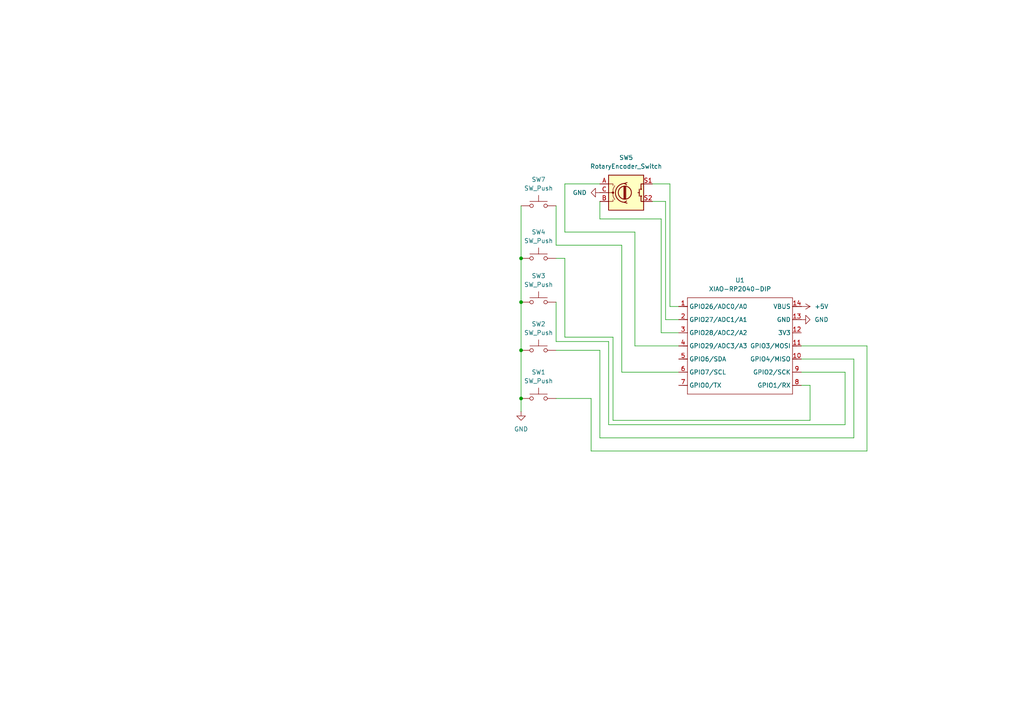
<source format=kicad_sch>
(kicad_sch (version 20250114) (generator "eeschema") (generator_version "9.0")
  (paper "A4")
  (lib_symbols
    (symbol "Device:RotaryEncoder_Switch" (pin_names (offset 0.254) (hide yes))
      (property "Reference" "SW" (at 0 6.604 0))
      (property "Value" "RotaryEncoder_Switch" (at 0 -6.604 0))
      (symbol "RotaryEncoder_Switch_0_1"
        (rectangle (start -5.08 5.08) (end 5.08 -5.08) (stroke (width 0.254)) (fill (type background)))
        (polyline (pts (xy -5.08 2.54) (xy -3.81 2.54) (xy -3.81 2.032)))
        (polyline (pts (xy -5.08 0) (xy -3.81 0) (xy -3.81 -1.016) (xy -3.302 -2.032)))
        (polyline (pts (xy -5.08 -2.54) (xy -3.81 -2.54) (xy -3.81 -2.032)))
        (polyline (pts (xy -4.318 0) (xy -3.81 0) (xy -3.81 1.016) (xy -3.302 2.032)))
        (circle (center -3.81 0) (radius 0.254) (fill (type outline)))
        (polyline (pts (xy -0.635 -1.778) (xy -0.635 1.778)) (stroke (width 0.254)))
        (circle (center -0.381 0) (radius 1.905) (stroke (width 0.254)))
        (polyline (pts (xy -0.381 -1.778) (xy -0.381 1.778)) (stroke (width 0.254)))
        (arc (start -0.381 -2.794) (mid -3.0988 -0.0635) (end -0.381 2.667) (stroke (width 0.254)))
        (polyline (pts (xy -0.127 1.778) (xy -0.127 -1.778)) (stroke (width 0.254)))
        (polyline (pts (xy 0.254 2.921) (xy -0.508 2.667) (xy 0.127 2.286)) (stroke (width 0.254)))
        (polyline (pts (xy 0.254 -3.048) (xy -0.508 -2.794) (xy 0.127 -2.413)) (stroke (width 0.254)))
        (polyline (pts (xy 3.81 1.016) (xy 3.81 -1.016)) (stroke (width 0.254)))
        (polyline (pts (xy 3.81 0) (xy 3.429 0)) (stroke (width 0.254)))
        (circle (center 4.318 1.016) (radius 0.127) (stroke (width 0.254)))
        (circle (center 4.318 -1.016) (radius 0.127) (stroke (width 0.254)))
        (polyline (pts (xy 5.08 2.54) (xy 4.318 2.54) (xy 4.318 1.016)) (stroke (width 0.254)))
        (polyline (pts (xy 5.08 -2.54) (xy 4.318 -2.54) (xy 4.318 -1.016)) (stroke (width 0.254)))
      )
      (symbol "RotaryEncoder_Switch_1_1"
        (pin passive line (at -7.62 2.54 0) (length 2.54) (name "A") (number "A"))
        (pin passive line (at -7.62 0 0) (length 2.54) (name "C") (number "C"))
        (pin passive line (at -7.62 -2.54 0) (length 2.54) (name "B") (number "B"))
        (pin passive line (at 7.62 2.54 180) (length 2.54) (name "S1") (number "S1"))
        (pin passive line (at 7.62 -2.54 180) (length 2.54) (name "S2") (number "S2"))
      )
    )
    (symbol "OPL Sym:XIAO-RP2040-DIP"
      (property "Reference" "U" (at 0 0 0))
      (property "Value" "XIAO-RP2040-DIP" (at 5.334 -1.778 0))
      (symbol "XIAO-RP2040-DIP_1_0"
        (polyline (pts (xy -1.27 -2.54) (xy 29.21 -2.54)) (stroke (width 0.1524)))
        (polyline (pts (xy -1.27 -5.08) (xy -2.54 -5.08)) (stroke (width 0.1524)))
        (polyline (pts (xy -1.27 -5.08) (xy -1.27 -2.54)) (stroke (width 0.1524)))
        (polyline (pts (xy -1.27 -8.89) (xy -2.54 -8.89)) (stroke (width 0.1524)))
        (polyline (pts (xy -1.27 -8.89) (xy -1.27 -5.08)) (stroke (width 0.1524)))
        (polyline (pts (xy -1.27 -12.7) (xy -2.54 -12.7)) (stroke (width 0.1524)))
        (polyline (pts (xy -1.27 -12.7) (xy -1.27 -8.89)) (stroke (width 0.1524)))
        (polyline (pts (xy -1.27 -16.51) (xy -2.54 -16.51)) (stroke (width 0.1524)))
        (polyline (pts (xy -1.27 -16.51) (xy -1.27 -12.7)) (stroke (width 0.1524)))
        (polyline (pts (xy -1.27 -20.32) (xy -2.54 -20.32)) (stroke (width 0.1524)))
        (polyline (pts (xy -1.27 -24.13) (xy -2.54 -24.13)) (stroke (width 0.1524)))
        (polyline (pts (xy -1.27 -27.94) (xy -2.54 -27.94)) (stroke (width 0.1524)))
        (polyline (pts (xy -1.27 -30.48) (xy -1.27 -16.51)) (stroke (width 0.1524)))
        (polyline (pts (xy 29.21 -2.54) (xy 29.21 -5.08)) (stroke (width 0.1524)))
        (polyline (pts (xy 29.21 -5.08) (xy 29.21 -8.89)) (stroke (width 0.1524)))
        (polyline (pts (xy 29.21 -8.89) (xy 29.21 -12.7)) (stroke (width 0.1524)))
        (polyline (pts (xy 29.21 -12.7) (xy 29.21 -30.48)) (stroke (width 0.1524)))
        (polyline (pts (xy 29.21 -30.48) (xy -1.27 -30.48)) (stroke (width 0.1524)))
        (polyline (pts (xy 30.48 -5.08) (xy 29.21 -5.08)) (stroke (width 0.1524)))
        (polyline (pts (xy 30.48 -8.89) (xy 29.21 -8.89)) (stroke (width 0.1524)))
        (polyline (pts (xy 30.48 -12.7) (xy 29.21 -12.7)) (stroke (width 0.1524)))
        (polyline (pts (xy 30.48 -16.51) (xy 29.21 -16.51)) (stroke (width 0.1524)))
        (polyline (pts (xy 30.48 -20.32) (xy 29.21 -20.32)) (stroke (width 0.1524)))
        (polyline (pts (xy 30.48 -24.13) (xy 29.21 -24.13)) (stroke (width 0.1524)))
        (polyline (pts (xy 30.48 -27.94) (xy 29.21 -27.94)) (stroke (width 0.1524)))
        (pin passive line (at -3.81 -5.08 0) (length 2.54) (name "GPIO26/ADC0/A0") (number "1"))
        (pin passive line (at -3.81 -8.89 0) (length 2.54) (name "GPIO27/ADC1/A1") (number "2"))
        (pin passive line (at -3.81 -12.7 0) (length 2.54) (name "GPIO28/ADC2/A2") (number "3"))
        (pin passive line (at -3.81 -16.51 0) (length 2.54) (name "GPIO29/ADC3/A3") (number "4"))
        (pin passive line (at -3.81 -20.32 0) (length 2.54) (name "GPIO6/SDA") (number "5"))
        (pin passive line (at -3.81 -24.13 0) (length 2.54) (name "GPIO7/SCL") (number "6"))
        (pin passive line (at -3.81 -27.94 0) (length 2.54) (name "GPIO0/TX") (number "7"))
        (pin passive line (at 31.75 -5.08 180) (length 2.54) (name "VBUS") (number "14"))
        (pin passive line (at 31.75 -8.89 180) (length 2.54) (name "GND") (number "13"))
        (pin passive line (at 31.75 -12.7 180) (length 2.54) (name "3V3") (number "12"))
        (pin passive line (at 31.75 -16.51 180) (length 2.54) (name "GPIO3/MOSI") (number "11"))
        (pin passive line (at 31.75 -20.32 180) (length 2.54) (name "GPIO4/MISO") (number "10"))
        (pin passive line (at 31.75 -24.13 180) (length 2.54) (name "GPIO2/SCK") (number "9"))
        (pin passive line (at 31.75 -27.94 180) (length 2.54) (name "GPIO1/RX") (number "8"))
      )
    )
    (symbol "Switch:SW_Push" (pin_numbers (hide yes)) (pin_names (offset 1.016) (hide yes))
      (property "Reference" "SW" (at 1.27 2.54 0))
      (property "Value" "SW_Push" (at 0 -1.524 0))
      (symbol "SW_Push_0_1"
        (circle (center -2.032 0) (radius 0.508))
        (polyline (pts (xy 0 1.27) (xy 0 3.048)))
        (circle (center 2.032 0) (radius 0.508))
        (polyline (pts (xy 2.54 1.27) (xy -2.54 1.27)))
        (pin passive line (at -5.08 0 0) (length 2.54) (name "1") (number "1"))
        (pin passive line (at 5.08 0 180) (length 2.54) (name "2") (number "2"))
      )
    )
    (symbol "power:+5V" (power) (pin_numbers (hide yes)) (pin_names (offset 0) (hide yes))
      (property "Value" "+5V" (at 0 3.556 0))
      (symbol "+5V_0_1"
        (polyline (pts (xy -0.762 1.27) (xy 0 2.54)))
        (polyline (pts (xy 0 2.54) (xy 0.762 1.27)))
        (polyline (pts (xy 0 0) (xy 0 2.54)))
      )
      (symbol "+5V_1_1"
        (pin power_in line (at 0 0 90) (length 0) (name "~") (number "1"))
      )
    )
    (symbol "power:GND" (power) (pin_numbers (hide yes)) (pin_names (offset 0) (hide yes))
      (property "Value" "GND" (at 0 -3.81 0))
      (symbol "GND_0_1"
        (polyline (pts (xy 0 0) (xy 0 -1.27) (xy 1.27 -1.27) (xy 0 -2.54) (xy -1.27 -1.27) (xy 0 -1.27)))
      )
      (symbol "GND_1_1"
        (pin power_in line (at 0 0 270) (length 0) (name "~") (number "1"))
      )
    )
  )
  (junction (at 151.13 101.6))
  (junction (at 151.13 87.63))
  (junction (at 151.13 115.57))
  (junction (at 151.13 74.93))
  (wire (pts (xy 151.13 115.57) (xy 151.13 119.38)))
  (wire (pts (xy 163.83 53.34) (xy 173.99 53.34)))
  (wire (pts (xy 196.85 100.33) (xy 184.15 100.33)))
  (wire (pts (xy 251.46 130.81) (xy 251.46 100.33)))
  (wire (pts (xy 177.8 97.79) (xy 177.8 121.92)))
  (wire (pts (xy 163.83 67.31) (xy 163.83 53.34)))
  (wire (pts (xy 173.99 58.42) (xy 173.99 63.5)))
  (wire (pts (xy 234.95 121.92) (xy 234.95 111.76)))
  (wire (pts (xy 161.29 99.06) (xy 176.53 99.06)))
  (wire (pts (xy 180.34 107.95) (xy 196.85 107.95)))
  (wire (pts (xy 184.15 100.33) (xy 184.15 67.31)))
  (wire (pts (xy 189.23 53.34) (xy 194.31 53.34)))
  (wire (pts (xy 194.31 53.34) (xy 194.31 88.9)))
  (wire (pts (xy 193.04 92.71) (xy 196.85 92.71)))
  (wire (pts (xy 245.11 107.95) (xy 232.41 107.95)))
  (wire (pts (xy 173.99 63.5) (xy 191.77 63.5)))
  (wire (pts (xy 151.13 74.93) (xy 151.13 87.63)))
  (wire (pts (xy 191.77 63.5) (xy 191.77 96.52)))
  (wire (pts (xy 161.29 115.57) (xy 171.45 115.57)))
  (wire (pts (xy 163.83 74.93) (xy 163.83 97.79)))
  (wire (pts (xy 161.29 59.69) (xy 161.29 71.12)))
  (wire (pts (xy 176.53 99.06) (xy 176.53 123.19)))
  (wire (pts (xy 171.45 115.57) (xy 171.45 130.81)))
  (wire (pts (xy 177.8 121.92) (xy 234.95 121.92)))
  (wire (pts (xy 245.11 123.19) (xy 245.11 107.95)))
  (wire (pts (xy 193.04 58.42) (xy 193.04 92.71)))
  (wire (pts (xy 234.95 111.76) (xy 232.41 111.76)))
  (wire (pts (xy 161.29 101.6) (xy 173.99 101.6)))
  (wire (pts (xy 194.31 88.9) (xy 196.85 88.9)))
  (wire (pts (xy 176.53 123.19) (xy 245.11 123.19)))
  (wire (pts (xy 247.65 104.14) (xy 232.41 104.14)))
  (wire (pts (xy 191.77 96.52) (xy 196.85 96.52)))
  (wire (pts (xy 151.13 101.6) (xy 151.13 115.57)))
  (wire (pts (xy 247.65 127) (xy 247.65 104.14)))
  (wire (pts (xy 180.34 71.12) (xy 180.34 107.95)))
  (wire (pts (xy 161.29 71.12) (xy 180.34 71.12)))
  (wire (pts (xy 189.23 58.42) (xy 193.04 58.42)))
  (wire (pts (xy 151.13 87.63) (xy 151.13 101.6)))
  (wire (pts (xy 163.83 97.79) (xy 177.8 97.79)))
  (wire (pts (xy 184.15 67.31) (xy 163.83 67.31)))
  (wire (pts (xy 161.29 74.93) (xy 163.83 74.93)))
  (wire (pts (xy 251.46 100.33) (xy 232.41 100.33)))
  (wire (pts (xy 173.99 127) (xy 247.65 127)))
  (wire (pts (xy 161.29 99.06) (xy 161.29 87.63)))
  (wire (pts (xy 171.45 130.81) (xy 251.46 130.81)))
  (wire (pts (xy 173.99 101.6) (xy 173.99 127)))
  (wire (pts (xy 151.13 59.69) (xy 151.13 74.93)))
  (symbol (lib_id "Switch:SW_Push") (at 156.21 74.93 0) (unit 1)
    (property "Reference" "SW4" (at 156.21 67.31 0))
    (property "Value" "SW_Push" (at 156.21 69.85 0))
    (property "Footprint" "Button_Switch_Keyboard:SW_Cherry_MX_1.00u_PCB" (effects (hide yes)))
    (property "Description" "Push button switch, generic, two pins" (effects (hide yes)))
  )
  (symbol (lib_id "power:GND") (at 151.13 119.38 0) (unit 1)
    (property "Reference" "#PWR02" (effects (hide yes)))
    (property "Value" "GND" (at 151.13 124.46 0))
    (property "Description" "Power symbol creates a global label with name \"GND\" , ground" (effects (hide yes)))
  )
  (symbol (lib_id "Switch:SW_Push") (at 156.21 101.6 0) (unit 1)
    (property "Reference" "SW2" (at 156.21 93.98 0))
    (property "Value" "SW_Push" (at 156.21 96.52 0))
    (property "Footprint" "Button_Switch_Keyboard:SW_Cherry_MX_1.00u_PCB" (effects (hide yes)))
    (property "Description" "Push button switch, generic, two pins" (effects (hide yes)))
  )
  (symbol (lib_id "Device:RotaryEncoder_Switch") (at 181.61 55.88 0) (unit 1)
    (property "Reference" "SW5" (at 181.61 45.72 0))
    (property "Value" "RotaryEncoder_Switch" (at 181.61 48.26 0))
    (property "Footprint" "Rotary_Encoder:RotaryEncoder_Alps_EC11E-Switch_Vertical_H20mm" (effects (hide yes)))
    (property "Description" "Rotary encoder, dual channel, incremental quadrate outputs, with switch" (effects (hide yes)))
  )
  (symbol (lib_id "Switch:SW_Push") (at 156.21 115.57 0) (unit 1)
    (property "Reference" "SW1" (at 156.21 107.95 0))
    (property "Value" "SW_Push" (at 156.21 110.49 0))
    (property "Footprint" "Button_Switch_Keyboard:SW_Cherry_MX_1.00u_PCB" (effects (hide yes)))
    (property "Description" "Push button switch, generic, two pins" (effects (hide yes)))
  )
  (symbol (lib_id "power:GND") (at 232.41 92.71 90) (unit 1)
    (property "Reference" "#PWR01" (effects (hide yes)))
    (property "Value" "GND" (at 236.22 92.7099 90) (effects (justify right)))
    (property "Description" "Power symbol creates a global label with name \"GND\" , ground" (effects (hide yes)))
  )
  (symbol (lib_id "Switch:SW_Push") (at 156.21 59.69 0) (unit 1)
    (property "Reference" "SW7" (at 156.21 52.07 0))
    (property "Value" "SW_Push" (at 156.21 54.61 0))
    (property "Footprint" "Button_Switch_Keyboard:SW_Cherry_MX_1.00u_PCB" (effects (hide yes)))
    (property "Description" "Push button switch, generic, two pins" (effects (hide yes)))
  )
  (symbol (lib_id "Switch:SW_Push") (at 156.21 87.63 0) (unit 1)
    (property "Reference" "SW3" (at 156.21 80.01 0))
    (property "Value" "SW_Push" (at 156.21 82.55 0))
    (property "Footprint" "Button_Switch_Keyboard:SW_Cherry_MX_1.00u_PCB" (effects (hide yes)))
    (property "Description" "Push button switch, generic, two pins" (effects (hide yes)))
  )
  (symbol (lib_id "power:+5V") (at 232.41 88.9 270) (unit 1)
    (property "Reference" "#PWR03" (effects (hide yes)))
    (property "Value" "+5V" (at 236.22 88.8999 90) (effects (justify left)))
    (property "Description" "Power symbol creates a global label with name \"+5V\"" (effects (hide yes)))
  )
  (symbol (lib_id "OPL Sym:XIAO-RP2040-DIP") (at 200.66 83.82 0) (unit 1)
    (property "Reference" "U1" (at 214.63 81.28 0))
    (property "Value" "XIAO-RP2040-DIP" (at 214.63 83.82 0))
    (property "Footprint" "Seeed Studio XIAO Series Library:XIAO-RP2040-DIP" (effects (hide yes)))
  )
  (symbol (lib_id "power:GND") (at 173.99 55.88 270) (unit 1)
    (property "Reference" "#PWR04" (effects (hide yes)))
    (property "Value" "GND" (at 170.18 55.8799 90) (effects (justify right)))
    (property "Description" "Power symbol creates a global label with name \"GND\" , ground" (effects (hide yes)))
  )
)
</source>
